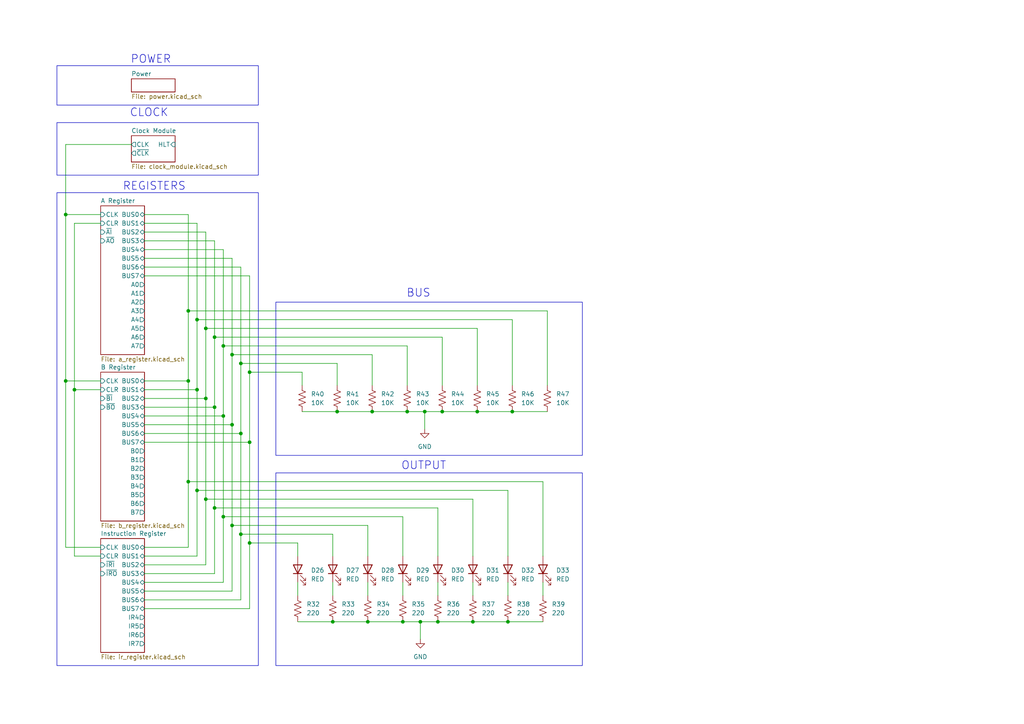
<source format=kicad_sch>
(kicad_sch (version 20250114) (generator "eeschema") (generator_version "9.0")
  (paper "A4")
  (lib_symbols
    (symbol "Device:LED" (pin_numbers (hide yes)) (pin_names (offset 1.016) (hide yes))
      (property "Reference" "D" (at 0 2.54 0))
      (property "Value" "LED" (at 0 -2.54 0))
      (symbol "LED_0_1"
        (polyline (pts (xy -3.048 -0.762) (xy -4.572 -2.286) (xy -3.81 -2.286) (xy -4.572 -2.286) (xy -4.572 -1.524)))
        (polyline (pts (xy -1.778 -0.762) (xy -3.302 -2.286) (xy -2.54 -2.286) (xy -3.302 -2.286) (xy -3.302 -1.524)))
        (polyline (pts (xy -1.27 0) (xy 1.27 0)))
        (polyline (pts (xy -1.27 -1.27) (xy -1.27 1.27)) (stroke (width 0.254)))
        (polyline (pts (xy 1.27 -1.27) (xy 1.27 1.27) (xy -1.27 0) (xy 1.27 -1.27)) (stroke (width 0.254)))
      )
      (symbol "LED_1_1"
        (pin passive line (at -3.81 0 0) (length 2.54) (name "K") (number "1"))
        (pin passive line (at 3.81 0 180) (length 2.54) (name "A") (number "2"))
      )
    )
    (symbol "Device:R_US" (pin_numbers (hide yes)) (pin_names (offset 0))
      (property "Reference" "R" (at 2.54 0 90))
      (property "Value" "R_US" (at -2.54 0 90))
      (symbol "R_US_0_1"
        (polyline (pts (xy 0 2.286) (xy 0 2.54)))
        (polyline (pts (xy 0 2.286) (xy 1.016 1.905) (xy 0 1.524) (xy -1.016 1.143) (xy 0 0.762)))
        (polyline (pts (xy 0 0.762) (xy 1.016 0.381) (xy 0 0) (xy -1.016 -0.381) (xy 0 -0.762)))
        (polyline (pts (xy 0 -0.762) (xy 1.016 -1.143) (xy 0 -1.524) (xy -1.016 -1.905) (xy 0 -2.286)))
        (polyline (pts (xy 0 -2.286) (xy 0 -2.54)))
      )
      (symbol "R_US_1_1"
        (pin passive line (at 0 3.81 270) (length 1.27) (name "~") (number "1"))
        (pin passive line (at 0 -3.81 90) (length 1.27) (name "~") (number "2"))
      )
    )
    (symbol "power:GND" (power) (pin_numbers (hide yes)) (pin_names (offset 0) (hide yes))
      (property "Value" "GND" (at 0 -3.81 0))
      (symbol "GND_0_1"
        (polyline (pts (xy 0 0) (xy 0 -1.27) (xy 1.27 -1.27) (xy 0 -2.54) (xy -1.27 -1.27) (xy 0 -1.27)))
      )
      (symbol "GND_1_1"
        (pin power_in line (at 0 0 270) (length 0) (name "~") (number "1"))
      )
    )
  )
  (rectangle (start 80.01 137.16) (end 168.91 193.04))
  (rectangle (start 16.51 55.88) (end 74.93 193.04))
  (rectangle (start 80.01 87.63) (end 168.91 132.08))
  (rectangle (start 16.51 35.56) (end 74.93 50.8))
  (rectangle (start 16.51 19.05) (end 74.93 30.48))
  (text "OUTPUT" (at 116.332 135.128 0) (effects (font (size 2.286 2.286)) (justify left)))
  (text "CLOCK" (at 37.592 32.766 0) (effects (font (size 2.286 2.286)) (justify left)))
  (text "POWER" (at 37.846 17.272 0) (effects (font (size 2.286 2.286)) (justify left)))
  (text "REGISTERS" (at 35.56 54.102 0) (effects (font (size 2.286 2.286)) (justify left)))
  (text "BUS" (at 117.856 85.09 0) (effects (font (size 2.286 2.286)) (justify left)))
  (junction (at 57.15 92.71))
  (junction (at 54.61 139.7))
  (junction (at 57.15 142.24))
  (junction (at 67.31 123.19))
  (junction (at 106.68 180.34))
  (junction (at 62.23 97.79))
  (junction (at 123.19 119.38))
  (junction (at 96.52 180.34))
  (junction (at 97.79 119.38))
  (junction (at 128.27 119.38))
  (junction (at 72.39 157.48))
  (junction (at 69.85 125.73))
  (junction (at 67.31 102.87))
  (junction (at 147.32 180.34))
  (junction (at 148.59 119.38))
  (junction (at 118.11 119.38))
  (junction (at 21.59 113.03))
  (junction (at 62.23 118.11))
  (junction (at 72.39 107.95))
  (junction (at 121.92 180.34))
  (junction (at 64.77 149.86))
  (junction (at 54.61 110.49))
  (junction (at 72.39 128.27))
  (junction (at 137.16 180.34))
  (junction (at 62.23 147.32))
  (junction (at 107.95 119.38))
  (junction (at 54.61 90.17))
  (junction (at 19.05 110.49))
  (junction (at 64.77 120.65))
  (junction (at 69.85 105.41))
  (junction (at 59.69 95.25))
  (junction (at 59.69 144.78))
  (junction (at 127 180.34))
  (junction (at 69.85 154.94))
  (junction (at 138.43 119.38))
  (junction (at 57.15 113.03))
  (junction (at 67.31 152.4))
  (junction (at 59.69 115.57))
  (junction (at 116.84 180.34))
  (junction (at 64.77 100.33))
  (junction (at 19.05 62.23))
  (wire (pts (xy 87.63 119.38) (xy 97.79 119.38)))
  (wire (pts (xy 41.91 166.37) (xy 62.23 166.37)))
  (wire (pts (xy 123.19 119.38) (xy 123.19 124.46)))
  (wire (pts (xy 69.85 77.47) (xy 69.85 105.41)))
  (wire (pts (xy 62.23 147.32) (xy 62.23 166.37)))
  (wire (pts (xy 67.31 102.87) (xy 67.31 123.19)))
  (wire (pts (xy 137.16 168.91) (xy 137.16 172.72)))
  (wire (pts (xy 19.05 62.23) (xy 19.05 110.49)))
  (wire (pts (xy 41.91 120.65) (xy 64.77 120.65)))
  (wire (pts (xy 54.61 110.49) (xy 54.61 139.7)))
  (wire (pts (xy 127 161.29) (xy 127 147.32)))
  (wire (pts (xy 21.59 113.03) (xy 29.21 113.03)))
  (wire (pts (xy 127 180.34) (xy 137.16 180.34)))
  (wire (pts (xy 128.27 111.76) (xy 128.27 97.79)))
  (wire (pts (xy 38.1 41.91) (xy 19.05 41.91)))
  (wire (pts (xy 116.84 161.29) (xy 116.84 149.86)))
  (wire (pts (xy 86.36 180.34) (xy 96.52 180.34)))
  (wire (pts (xy 148.59 111.76) (xy 148.59 92.71)))
  (wire (pts (xy 69.85 154.94) (xy 69.85 173.99)))
  (wire (pts (xy 121.92 180.34) (xy 116.84 180.34)))
  (wire (pts (xy 59.69 67.31) (xy 59.69 95.25)))
  (wire (pts (xy 72.39 107.95) (xy 72.39 128.27)))
  (wire (pts (xy 72.39 128.27) (xy 72.39 157.48)))
  (wire (pts (xy 67.31 152.4) (xy 67.31 171.45)))
  (wire (pts (xy 138.43 95.25) (xy 59.69 95.25)))
  (wire (pts (xy 41.91 74.93) (xy 67.31 74.93)))
  (wire (pts (xy 121.92 180.34) (xy 121.92 185.42)))
  (wire (pts (xy 41.91 123.19) (xy 67.31 123.19)))
  (wire (pts (xy 147.32 180.34) (xy 157.48 180.34)))
  (wire (pts (xy 138.43 111.76) (xy 138.43 95.25)))
  (wire (pts (xy 57.15 142.24) (xy 147.32 142.24)))
  (wire (pts (xy 72.39 176.53) (xy 41.91 176.53)))
  (wire (pts (xy 127 147.32) (xy 62.23 147.32)))
  (wire (pts (xy 59.69 115.57) (xy 59.69 144.78)))
  (wire (pts (xy 97.79 119.38) (xy 107.95 119.38)))
  (wire (pts (xy 57.15 113.03) (xy 57.15 142.24)))
  (wire (pts (xy 59.69 95.25) (xy 59.69 115.57)))
  (wire (pts (xy 41.91 118.11) (xy 62.23 118.11)))
  (wire (pts (xy 72.39 80.01) (xy 72.39 107.95)))
  (wire (pts (xy 57.15 142.24) (xy 57.15 161.29)))
  (wire (pts (xy 96.52 180.34) (xy 106.68 180.34)))
  (wire (pts (xy 64.77 149.86) (xy 64.77 168.91)))
  (wire (pts (xy 64.77 72.39) (xy 64.77 100.33)))
  (wire (pts (xy 41.91 62.23) (xy 54.61 62.23)))
  (wire (pts (xy 106.68 168.91) (xy 106.68 172.72)))
  (wire (pts (xy 107.95 111.76) (xy 107.95 102.87)))
  (wire (pts (xy 107.95 119.38) (xy 118.11 119.38)))
  (wire (pts (xy 41.91 67.31) (xy 59.69 67.31)))
  (wire (pts (xy 107.95 102.87) (xy 67.31 102.87)))
  (wire (pts (xy 147.32 161.29) (xy 147.32 142.24)))
  (wire (pts (xy 57.15 92.71) (xy 57.15 113.03)))
  (wire (pts (xy 137.16 161.29) (xy 137.16 144.78)))
  (wire (pts (xy 118.11 111.76) (xy 118.11 100.33)))
  (wire (pts (xy 72.39 107.95) (xy 87.63 107.95)))
  (wire (pts (xy 157.48 168.91) (xy 157.48 172.72)))
  (wire (pts (xy 54.61 62.23) (xy 54.61 90.17)))
  (wire (pts (xy 41.91 163.83) (xy 59.69 163.83)))
  (wire (pts (xy 41.91 171.45) (xy 67.31 171.45)))
  (wire (pts (xy 41.91 69.85) (xy 62.23 69.85)))
  (wire (pts (xy 116.84 149.86) (xy 64.77 149.86)))
  (wire (pts (xy 87.63 111.76) (xy 87.63 107.95)))
  (wire (pts (xy 41.91 80.01) (xy 72.39 80.01)))
  (wire (pts (xy 67.31 74.93) (xy 67.31 102.87)))
  (wire (pts (xy 158.75 111.76) (xy 158.75 90.17)))
  (wire (pts (xy 123.19 119.38) (xy 128.27 119.38)))
  (wire (pts (xy 128.27 97.79) (xy 62.23 97.79)))
  (wire (pts (xy 57.15 161.29) (xy 41.91 161.29)))
  (wire (pts (xy 41.91 77.47) (xy 69.85 77.47)))
  (wire (pts (xy 19.05 62.23) (xy 29.21 62.23)))
  (wire (pts (xy 21.59 161.29) (xy 29.21 161.29)))
  (wire (pts (xy 86.36 161.29) (xy 86.36 157.48)))
  (wire (pts (xy 69.85 125.73) (xy 69.85 154.94)))
  (wire (pts (xy 19.05 110.49) (xy 19.05 158.75)))
  (wire (pts (xy 138.43 119.38) (xy 148.59 119.38)))
  (wire (pts (xy 69.85 105.41) (xy 69.85 125.73)))
  (wire (pts (xy 86.36 168.91) (xy 86.36 172.72)))
  (wire (pts (xy 97.79 111.76) (xy 97.79 105.41)))
  (wire (pts (xy 137.16 144.78) (xy 59.69 144.78)))
  (wire (pts (xy 106.68 152.4) (xy 67.31 152.4)))
  (wire (pts (xy 116.84 168.91) (xy 116.84 172.72)))
  (wire (pts (xy 148.59 92.71) (xy 57.15 92.71)))
  (wire (pts (xy 69.85 173.99) (xy 41.91 173.99)))
  (wire (pts (xy 157.48 139.7) (xy 54.61 139.7)))
  (wire (pts (xy 158.75 90.17) (xy 54.61 90.17)))
  (wire (pts (xy 29.21 64.77) (xy 21.59 64.77)))
  (wire (pts (xy 62.23 69.85) (xy 62.23 97.79)))
  (wire (pts (xy 123.19 119.38) (xy 118.11 119.38)))
  (wire (pts (xy 64.77 100.33) (xy 64.77 120.65)))
  (wire (pts (xy 96.52 161.29) (xy 96.52 154.94)))
  (wire (pts (xy 148.59 119.38) (xy 158.75 119.38)))
  (wire (pts (xy 64.77 120.65) (xy 64.77 149.86)))
  (wire (pts (xy 19.05 110.49) (xy 29.21 110.49)))
  (wire (pts (xy 62.23 97.79) (xy 62.23 118.11)))
  (wire (pts (xy 72.39 157.48) (xy 72.39 176.53)))
  (wire (pts (xy 21.59 113.03) (xy 21.59 161.29)))
  (wire (pts (xy 121.92 180.34) (xy 127 180.34)))
  (wire (pts (xy 147.32 168.91) (xy 147.32 172.72)))
  (wire (pts (xy 72.39 157.48) (xy 86.36 157.48)))
  (wire (pts (xy 19.05 158.75) (xy 29.21 158.75)))
  (wire (pts (xy 21.59 64.77) (xy 21.59 113.03)))
  (wire (pts (xy 137.16 180.34) (xy 147.32 180.34)))
  (wire (pts (xy 97.79 105.41) (xy 69.85 105.41)))
  (wire (pts (xy 41.91 113.03) (xy 57.15 113.03)))
  (wire (pts (xy 128.27 119.38) (xy 138.43 119.38)))
  (wire (pts (xy 96.52 154.94) (xy 69.85 154.94)))
  (wire (pts (xy 54.61 139.7) (xy 54.61 158.75)))
  (wire (pts (xy 41.91 125.73) (xy 69.85 125.73)))
  (wire (pts (xy 41.91 72.39) (xy 64.77 72.39)))
  (wire (pts (xy 157.48 161.29) (xy 157.48 139.7)))
  (wire (pts (xy 54.61 158.75) (xy 41.91 158.75)))
  (wire (pts (xy 62.23 118.11) (xy 62.23 147.32)))
  (wire (pts (xy 127 168.91) (xy 127 172.72)))
  (wire (pts (xy 19.05 41.91) (xy 19.05 62.23)))
  (wire (pts (xy 118.11 100.33) (xy 64.77 100.33)))
  (wire (pts (xy 57.15 64.77) (xy 57.15 92.71)))
  (wire (pts (xy 54.61 90.17) (xy 54.61 110.49)))
  (wire (pts (xy 41.91 110.49) (xy 54.61 110.49)))
  (wire (pts (xy 96.52 168.91) (xy 96.52 172.72)))
  (wire (pts (xy 41.91 128.27) (xy 72.39 128.27)))
  (wire (pts (xy 64.77 168.91) (xy 41.91 168.91)))
  (wire (pts (xy 67.31 123.19) (xy 67.31 152.4)))
  (wire (pts (xy 41.91 64.77) (xy 57.15 64.77)))
  (wire (pts (xy 106.68 180.34) (xy 116.84 180.34)))
  (wire (pts (xy 59.69 144.78) (xy 59.69 163.83)))
  (wire (pts (xy 106.68 161.29) (xy 106.68 152.4)))
  (wire (pts (xy 41.91 115.57) (xy 59.69 115.57)))
  (symbol (lib_id "Device:R_US") (at 158.75 115.57 0) (unit 1)
    (property "Reference" "R47" (at 161.29 114.2999 0) (effects (justify left)))
    (property "Value" "10K" (at 161.29 116.8399 0) (effects (justify left)))
    (property "Description" "Resistor, US symbol" (effects (hide yes)))
  )
  (symbol (lib_id "Device:R_US") (at 157.48 176.53 0) (unit 1)
    (property "Reference" "R39" (at 160.02 175.2599 0) (effects (justify left)))
    (property "Value" "220" (at 160.02 177.7999 0) (effects (justify left)))
    (property "Description" "Resistor, US symbol" (effects (hide yes)))
  )
  (symbol (lib_id "Device:R_US") (at 86.36 176.53 0) (unit 1)
    (property "Reference" "R32" (at 88.9 175.2599 0) (effects (justify left)))
    (property "Value" "220" (at 88.9 177.7999 0) (effects (justify left)))
    (property "Description" "Resistor, US symbol" (effects (hide yes)))
  )
  (symbol (lib_id "Device:R_US") (at 137.16 176.53 0) (unit 1)
    (property "Reference" "R37" (at 139.7 175.2599 0) (effects (justify left)))
    (property "Value" "220" (at 139.7 177.7999 0) (effects (justify left)))
    (property "Description" "Resistor, US symbol" (effects (hide yes)))
  )
  (symbol (lib_id "Device:R_US") (at 128.27 115.57 0) (unit 1)
    (property "Reference" "R44" (at 130.81 114.2999 0) (effects (justify left)))
    (property "Value" "10K" (at 130.81 116.8399 0) (effects (justify left)))
    (property "Description" "Resistor, US symbol" (effects (hide yes)))
  )
  (symbol (lib_id "power:GND") (at 123.19 124.46 0) (unit 1)
    (property "Reference" "#PWR03" (effects (hide yes)))
    (property "Value" "GND" (at 123.19 129.54 0))
    (property "Description" "Power symbol creates a global label with name \"GND\" , ground" (effects (hide yes)))
  )
  (symbol (lib_id "Device:R_US") (at 116.84 176.53 0) (unit 1)
    (property "Reference" "R35" (at 119.38 175.2599 0) (effects (justify left)))
    (property "Value" "220" (at 119.38 177.7999 0) (effects (justify left)))
    (property "Description" "Resistor, US symbol" (effects (hide yes)))
  )
  (symbol (lib_id "Device:R_US") (at 106.68 176.53 0) (unit 1)
    (property "Reference" "R34" (at 109.22 175.2599 0) (effects (justify left)))
    (property "Value" "220" (at 109.22 177.7999 0) (effects (justify left)))
    (property "Description" "Resistor, US symbol" (effects (hide yes)))
  )
  (symbol (lib_id "Device:R_US") (at 107.95 115.57 0) (unit 1)
    (property "Reference" "R42" (at 110.49 114.2999 0) (effects (justify left)))
    (property "Value" "10K" (at 110.49 116.8399 0) (effects (justify left)))
    (property "Description" "Resistor, US symbol" (effects (hide yes)))
  )
  (symbol (lib_id "Device:LED") (at 157.48 165.1 90) (unit 1)
    (property "Reference" "D33" (at 161.29 165.4174 90) (effects (justify right)))
    (property "Value" "RED" (at 161.29 167.9574 90) (effects (justify right)))
    (property "Description" "Light emitting diode" (effects (hide yes)))
    (property "Sim.Pins" "1=K 2=A" (effects (hide yes)))
  )
  (symbol (lib_id "Device:LED") (at 147.32 165.1 90) (unit 1)
    (property "Reference" "D32" (at 151.13 165.4174 90) (effects (justify right)))
    (property "Value" "RED" (at 151.13 167.9574 90) (effects (justify right)))
    (property "Description" "Light emitting diode" (effects (hide yes)))
    (property "Sim.Pins" "1=K 2=A" (effects (hide yes)))
  )
  (symbol (lib_id "Device:LED") (at 86.36 165.1 90) (unit 1)
    (property "Reference" "D26" (at 90.17 165.4174 90) (effects (justify right)))
    (property "Value" "RED" (at 90.17 167.9574 90) (effects (justify right)))
    (property "Description" "Light emitting diode" (effects (hide yes)))
    (property "Sim.Pins" "1=K 2=A" (effects (hide yes)))
  )
  (symbol (lib_id "Device:R_US") (at 147.32 176.53 0) (unit 1)
    (property "Reference" "R38" (at 149.86 175.2599 0) (effects (justify left)))
    (property "Value" "220" (at 149.86 177.7999 0) (effects (justify left)))
    (property "Description" "Resistor, US symbol" (effects (hide yes)))
  )
  (symbol (lib_id "Device:R_US") (at 138.43 115.57 0) (unit 1)
    (property "Reference" "R45" (at 140.97 114.2999 0) (effects (justify left)))
    (property "Value" "10K" (at 140.97 116.8399 0) (effects (justify left)))
    (property "Description" "Resistor, US symbol" (effects (hide yes)))
  )
  (symbol (lib_id "Device:R_US") (at 148.59 115.57 0) (unit 1)
    (property "Reference" "R46" (at 151.13 114.2999 0) (effects (justify left)))
    (property "Value" "10K" (at 151.13 116.8399 0) (effects (justify left)))
    (property "Description" "Resistor, US symbol" (effects (hide yes)))
  )
  (symbol (lib_id "Device:R_US") (at 87.63 115.57 0) (unit 1)
    (property "Reference" "R40" (at 90.17 114.2999 0) (effects (justify left)))
    (property "Value" "10K" (at 90.17 116.8399 0) (effects (justify left)))
    (property "Description" "Resistor, US symbol" (effects (hide yes)))
  )
  (symbol (lib_id "Device:LED") (at 116.84 165.1 90) (unit 1)
    (property "Reference" "D29" (at 120.65 165.4174 90) (effects (justify right)))
    (property "Value" "RED" (at 120.65 167.9574 90) (effects (justify right)))
    (property "Description" "Light emitting diode" (effects (hide yes)))
    (property "Sim.Pins" "1=K 2=A" (effects (hide yes)))
  )
  (symbol (lib_id "Device:R_US") (at 127 176.53 0) (unit 1)
    (property "Reference" "R36" (at 129.54 175.2599 0) (effects (justify left)))
    (property "Value" "220" (at 129.54 177.7999 0) (effects (justify left)))
    (property "Description" "Resistor, US symbol" (effects (hide yes)))
  )
  (symbol (lib_id "Device:LED") (at 127 165.1 90) (unit 1)
    (property "Reference" "D30" (at 130.81 165.4174 90) (effects (justify right)))
    (property "Value" "RED" (at 130.81 167.9574 90) (effects (justify right)))
    (property "Description" "Light emitting diode" (effects (hide yes)))
    (property "Sim.Pins" "1=K 2=A" (effects (hide yes)))
  )
  (symbol (lib_id "Device:LED") (at 96.52 165.1 90) (unit 1)
    (property "Reference" "D27" (at 100.33 165.4174 90) (effects (justify right)))
    (property "Value" "RED" (at 100.33 167.9574 90) (effects (justify right)))
    (property "Description" "Light emitting diode" (effects (hide yes)))
    (property "Sim.Pins" "1=K 2=A" (effects (hide yes)))
  )
  (symbol (lib_id "Device:LED") (at 106.68 165.1 90) (unit 1)
    (property "Reference" "D28" (at 110.49 165.4174 90) (effects (justify right)))
    (property "Value" "RED" (at 110.49 167.9574 90) (effects (justify right)))
    (property "Description" "Light emitting diode" (effects (hide yes)))
    (property "Sim.Pins" "1=K 2=A" (effects (hide yes)))
  )
  (symbol (lib_id "Device:R_US") (at 97.79 115.57 0) (unit 1)
    (property "Reference" "R41" (at 100.33 114.2999 0) (effects (justify left)))
    (property "Value" "10K" (at 100.33 116.8399 0) (effects (justify left)))
    (property "Description" "Resistor, US symbol" (effects (hide yes)))
  )
  (symbol (lib_id "Device:R_US") (at 118.11 115.57 0) (unit 1)
    (property "Reference" "R43" (at 120.65 114.2999 0) (effects (justify left)))
    (property "Value" "10K" (at 120.65 116.8399 0) (effects (justify left)))
    (property "Description" "Resistor, US symbol" (effects (hide yes)))
  )
  (symbol (lib_id "Device:R_US") (at 96.52 176.53 0) (unit 1)
    (property "Reference" "R33" (at 99.06 175.2599 0) (effects (justify left)))
    (property "Value" "220" (at 99.06 177.7999 0) (effects (justify left)))
    (property "Description" "Resistor, US symbol" (effects (hide yes)))
  )
  (symbol (lib_id "power:GND") (at 121.92 185.42 0) (unit 1)
    (property "Reference" "#PWR02" (effects (hide yes)))
    (property "Value" "GND" (at 121.92 190.5 0))
    (property "Description" "Power symbol creates a global label with name \"GND\" , ground" (effects (hide yes)))
  )
  (symbol (lib_id "Device:LED") (at 137.16 165.1 90) (unit 1)
    (property "Reference" "D31" (at 140.97 165.4174 90) (effects (justify right)))
    (property "Value" "RED" (at 140.97 167.9574 90) (effects (justify right)))
    (property "Description" "Light emitting diode" (effects (hide yes)))
    (property "Sim.Pins" "1=K 2=A" (effects (hide yes)))
  )
  (sheet (at 38.1 39.37) (size 12.7 7.62) (stroke (width 0.1524))
    (property "Sheetname" "Clock Module" (at 38.1 38.6584 0) (effects (justify left bottom)))
    (property "Sheetfile" "clock_module.kicad_sch" (at 38.1 47.5746 0) (effects (justify left top)))
    (pin "CLK" output (at 38.1 41.91 180))
    (pin "HLT" input (at 50.8 41.91 0))
    (pin "~{CLK}" output (at 38.1 44.45 180))
  )
  (sheet (at 38.1 22.86) (size 12.7 3.81) (stroke (width 0.1524))
    (property "Sheetname" "Power" (at 38.1 22.1484 0) (effects (justify left bottom)))
    (property "Sheetfile" "power.kicad_sch" (at 38.1 27.2546 0) (effects (justify left top)))
  )
  (sheet (at 29.21 107.95) (size 12.7 43.18) (stroke (width 0.1524))
    (property "Sheetname" "B Register" (at 29.21 107.2384 0) (effects (justify left bottom)))
    (property "Sheetfile" "b_register.kicad_sch" (at 29.21 151.7146 0) (effects (justify left top)))
    (pin "B0" output (at 41.91 130.81 0))
    (pin "B1" output (at 41.91 133.35 0))
    (pin "B2" output (at 41.91 135.89 0))
    (pin "B3" output (at 41.91 138.43 0))
    (pin "B4" output (at 41.91 140.97 0))
    (pin "B5" output (at 41.91 143.51 0))
    (pin "B6" output (at 41.91 146.05 0))
    (pin "B7" output (at 41.91 148.59 0))
    (pin "BUS0" bidirectional (at 41.91 110.49 0))
    (pin "BUS1" bidirectional (at 41.91 113.03 0))
    (pin "BUS2" bidirectional (at 41.91 115.57 0))
    (pin "BUS3" bidirectional (at 41.91 118.11 0))
    (pin "BUS4" bidirectional (at 41.91 120.65 0))
    (pin "BUS5" bidirectional (at 41.91 123.19 0))
    (pin "BUS6" bidirectional (at 41.91 125.73 0))
    (pin "BUS7" bidirectional (at 41.91 128.27 0))
    (pin "CLK" input (at 29.21 110.49 180))
    (pin "CLR" input (at 29.21 113.03 180))
    (pin "~{BI}" input (at 29.21 115.57 180))
    (pin "~{BO}" input (at 29.21 118.11 180))
  )
  (sheet (at 29.21 156.21) (size 12.7 33.02) (stroke (width 0.1524))
    (property "Sheetname" "Instruction Register" (at 29.21 155.4984 0) (effects (justify left bottom)))
    (property "Sheetfile" "ir_register.kicad_sch" (at 29.21 189.8146 0) (effects (justify left top)))
    (pin "BUS0" bidirectional (at 41.91 158.75 0))
    (pin "BUS1" bidirectional (at 41.91 161.29 0))
    (pin "BUS2" bidirectional (at 41.91 163.83 0))
    (pin "BUS3" bidirectional (at 41.91 166.37 0))
    (pin "BUS4" bidirectional (at 41.91 168.91 0))
    (pin "BUS5" bidirectional (at 41.91 171.45 0))
    (pin "BUS6" bidirectional (at 41.91 173.99 0))
    (pin "BUS7" bidirectional (at 41.91 176.53 0))
    (pin "CLK" input (at 29.21 158.75 180))
    (pin "CLR" input (at 29.21 161.29 180))
    (pin "IR4" output (at 41.91 179.07 0))
    (pin "IR5" output (at 41.91 181.61 0))
    (pin "IR6" output (at 41.91 184.15 0))
    (pin "IR7" output (at 41.91 186.69 0))
    (pin "~{IRI}" input (at 29.21 163.83 180))
    (pin "~{IRO}" input (at 29.21 166.37 180))
  )
  (sheet (at 29.21 59.69) (size 12.7 43.18) (stroke (width 0.1524))
    (property "Sheetname" "A Register" (at 29.21 58.9784 0) (effects (justify left bottom)))
    (property "Sheetfile" "a_register.kicad_sch" (at 29.21 103.4546 0) (effects (justify left top)))
    (pin "A0" output (at 41.91 82.55 0))
    (pin "A1" output (at 41.91 85.09 0))
    (pin "A2" output (at 41.91 87.63 0))
    (pin "A3" output (at 41.91 90.17 0))
    (pin "A4" output (at 41.91 92.71 0))
    (pin "A5" output (at 41.91 95.25 0))
    (pin "A6" output (at 41.91 97.79 0))
    (pin "A7" output (at 41.91 100.33 0))
    (pin "BUS0" bidirectional (at 41.91 62.23 0))
    (pin "BUS1" bidirectional (at 41.91 64.77 0))
    (pin "BUS2" bidirectional (at 41.91 67.31 0))
    (pin "BUS3" bidirectional (at 41.91 69.85 0))
    (pin "BUS4" bidirectional (at 41.91 72.39 0))
    (pin "BUS5" bidirectional (at 41.91 74.93 0))
    (pin "BUS6" bidirectional (at 41.91 77.47 0))
    (pin "BUS7" bidirectional (at 41.91 80.01 0))
    (pin "CLK" input (at 29.21 62.23 180))
    (pin "CLR" input (at 29.21 64.77 180))
    (pin "~{AI}" input (at 29.21 67.31 180))
    (pin "~{AO}" input (at 29.21 69.85 180))
  )
)
</source>
